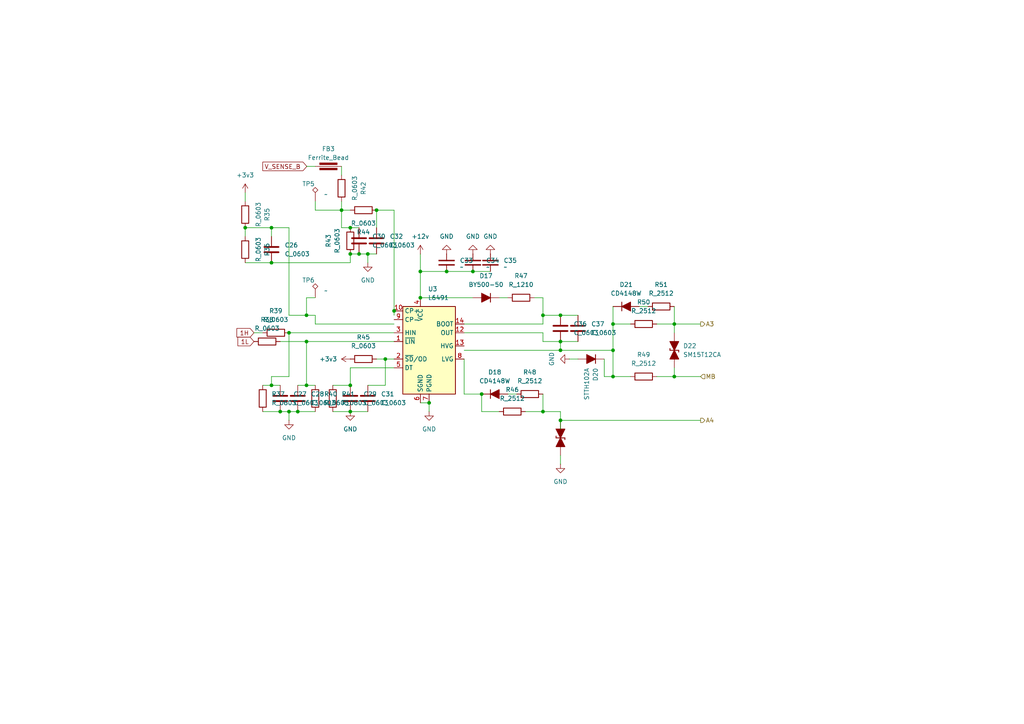
<source format=kicad_sch>
(kicad_sch (version 20231120) (generator "eeschema") (generator_version "8.0")
  (paper "A4")
  (lib_symbols
    (symbol "Connector:TestPoint_Alt" (pin_numbers hide) (pin_names (offset 0.762) hide)
      (property "Reference" "TP" (at 0 6.858 0))
      (property "Value" "TestPoint_Alt" (at 0 5.08 0))
      (symbol "TestPoint_Alt_0_1"
        (polyline (pts (xy 0 2.54) (xy -0.762 3.302) (xy 0 4.064) (xy 0.762 3.302) (xy 0 2.54)))
      )
      (symbol "TestPoint_Alt_1_1"
        (pin passive line (at 0 0 90) (length 2.54) (name "1") (number "1"))
      )
    )
    (symbol "Driver_FET:L6491"
      (property "Reference" "U1" (at -0.3459 17.78 0))
      (property "Value" "L6491" (at -0.3459 15.24 0))
      (symbol "L6491_0_1"
        (rectangle (start -7.62 -12.7) (end 7.62 12.7) (stroke (width 0.254)) (fill (type background)))
      )
      (symbol "L6491_1_1"
        (pin input line (at -10.16 2.54 0) (length 2.54) (name "~{LIN}") (number "1"))
        (pin input line (at -10.16 11.43 0) (length 2.54) (name "CP+") (number "10"))
        (pin no_connect line (at 7.62 -5.08 180) (length 2.54) hide (name "NC") (number "11"))
        (pin input line (at 10.16 5.08 180) (length 2.54) (name "OUT") (number "12"))
        (pin output line (at 10.16 1.27 180) (length 2.54) (name "HVG") (number "13"))
        (pin passive line (at 10.16 7.62 180) (length 2.54) (name "BOOT") (number "14"))
        (pin input line (at -10.16 -2.54 0) (length 2.54) (name "~{SD}/OD") (number "2"))
        (pin input line (at -10.16 5.08 0) (length 2.54) (name "HIN") (number "3"))
        (pin power_in line (at -2.54 15.24 270) (length 2.54) (name "VCC") (number "4"))
        (pin input line (at -10.16 -5.08 0) (length 2.54) (name "DT") (number "5"))
        (pin power_in line (at -2.54 -15.24 90) (length 2.54) (name "SGND") (number "6"))
        (pin power_in line (at 0 -15.24 90) (length 2.54) (name "PGND") (number "7"))
        (pin output line (at 10.16 -2.54 180) (length 2.54) (name "LVG") (number "8"))
        (pin input line (at -10.16 8.89 0) (length 2.54) (name "CP-") (number "9"))
      )
    )
    (symbol "PCM_Capacitor_AKL:C_0603" (pin_numbers hide) (pin_names (offset 0.254))
      (property "Reference" "C" (at 0.635 2.54 0))
      (property "Value" "C_0603" (at 0.635 -2.54 0))
      (symbol "C_0603_0_1"
        (polyline (pts (xy -2.032 -0.762) (xy 2.032 -0.762)) (stroke (width 0.508)))
        (polyline (pts (xy -2.032 0.762) (xy 2.032 0.762)) (stroke (width 0.508)))
      )
      (symbol "C_0603_1_1"
        (pin passive line (at 0 3.81 270) (length 2.794) (name "~") (number "1"))
        (pin passive line (at 0 -3.81 90) (length 2.794) (name "~") (number "2"))
      )
    )
    (symbol "PCM_Device_AKL:Ferrite_Bead" (pin_numbers hide) (pin_names (offset 0))
      (property "Reference" "FB" (at 0 4.572 0))
      (property "Value" "Ferrite_Bead" (at 0 3.175 0))
      (symbol "Ferrite_Bead_0_1"
        (rectangle (start -2.54 1.016) (end 2.54 0.508) (fill (type outline)))
        (polyline (pts (xy 2.54 0) (xy -2.54 0)))
      )
      (symbol "Ferrite_Bead_1_1"
        (rectangle (start -2.54 -0.508) (end 2.54 -1.016) (fill (type outline)))
        (pin passive line (at -3.81 0 0) (length 1.27) (name "~") (number "1"))
        (pin passive line (at 3.81 0 180) (length 1.27) (name "~") (number "2"))
      )
    )
    (symbol "PCM_Diode_AKL:BY500-50" (pin_numbers hide) (pin_names (offset 1.016) hide)
      (property "Reference" "D" (at 0 5.08 0))
      (property "Value" "BY500-50" (at 0 2.54 0))
      (symbol "BY500-50_0_1"
        (polyline (pts (xy -1.27 0) (xy 1.27 0)))
        (polyline (pts (xy 1.27 1.27) (xy 1.27 -1.27)) (stroke (width 0.254)))
        (polyline (pts (xy -1.27 1.27) (xy -1.27 -1.27) (xy 1.27 0) (xy -1.27 1.27)) (stroke (width 0.254)) (fill (type outline)))
      )
      (symbol "BY500-50_1_1"
        (pin passive line (at 3.81 0 180) (length 2.54) (name "K") (number "1"))
        (pin passive line (at -3.81 0 0) (length 2.54) (name "A") (number "2"))
      )
    )
    (symbol "PCM_Diode_AKL:CD4148W" (pin_numbers hide) (pin_names (offset 1.016) hide)
      (property "Reference" "D" (at 0 5.08 0))
      (property "Value" "CD4148W" (at 0 2.54 0))
      (symbol "CD4148W_0_1"
        (polyline (pts (xy -1.27 0) (xy 1.27 0)))
        (polyline (pts (xy 1.27 1.27) (xy 1.27 -1.27)) (stroke (width 0.254)))
        (polyline (pts (xy -1.27 1.27) (xy -1.27 -1.27) (xy 1.27 0) (xy -1.27 1.27)) (stroke (width 0.254)) (fill (type outline)))
      )
      (symbol "CD4148W_1_1"
        (pin passive line (at 3.81 0 180) (length 2.54) (name "K") (number "1"))
        (pin passive line (at -3.81 0 0) (length 2.54) (name "A") (number "2"))
      )
    )
    (symbol "PCM_Diode_AKL:STTH102A" (pin_numbers hide) (pin_names (offset 1.016) hide)
      (property "Reference" "D" (at 0 5.08 0))
      (property "Value" "STTH102A" (at 0 2.54 0))
      (symbol "STTH102A_0_1"
        (polyline (pts (xy -1.27 0) (xy 1.27 0)))
        (polyline (pts (xy 1.27 1.27) (xy 1.27 -1.27)) (stroke (width 0.254)))
        (polyline (pts (xy -1.27 1.27) (xy -1.27 -1.27) (xy 1.27 0) (xy -1.27 1.27)) (stroke (width 0.254)) (fill (type outline)))
      )
      (symbol "STTH102A_1_1"
        (pin passive line (at 3.81 0 180) (length 2.54) (name "K") (number "1"))
        (pin passive line (at -3.81 0 0) (length 2.54) (name "A") (number "2"))
      )
    )
    (symbol "PCM_Diode_TVS_AKL:SM15T12CA" (pin_numbers hide) (pin_names (offset 1.016) hide)
      (property "Reference" "D" (at 0 5.08 0))
      (property "Value" "SM15T12CA" (at 0 2.54 0))
      (symbol "SM15T12CA_0_1"
        (polyline (pts (xy 0 -1.27) (xy -0.508 -1.27)) (stroke (width 0.254)))
        (polyline (pts (xy 0 1.27) (xy 0 -1.27)) (stroke (width 0.254)))
        (polyline (pts (xy 0 1.27) (xy 0.508 1.27)) (stroke (width 0.254)))
        (polyline (pts (xy 1.27 0) (xy -1.27 0)))
        (polyline (pts (xy 0 0) (xy -2.54 1.27) (xy -2.54 -1.27) (xy 0 0)) (stroke (width 0.254)) (fill (type outline)))
        (polyline (pts (xy 2.54 1.27) (xy 2.54 -1.27) (xy 0 0) (xy 2.54 1.27)) (stroke (width 0.254)) (fill (type outline)))
      )
      (symbol "SM15T12CA_1_1"
        (pin passive line (at -5.08 0 0) (length 2.54) (name "K") (number "1"))
        (pin passive line (at 5.08 0 180) (length 2.54) (name "A") (number "2"))
      )
    )
    (symbol "PCM_Resistor_AKL:R_0603" (pin_numbers hide) (pin_names (offset 0))
      (property "Reference" "R" (at 2.54 1.27 0))
      (property "Value" "R_0603" (at 2.54 -1.27 0))
      (symbol "R_0603_0_1"
        (rectangle (start -1.016 -2.54) (end 1.016 2.54) (stroke (width 0.254)))
      )
      (symbol "R_0603_1_1"
        (pin passive line (at 0 3.81 270) (length 1.27) (name "~") (number "1"))
        (pin passive line (at 0 -3.81 90) (length 1.27) (name "~") (number "2"))
      )
    )
    (symbol "PCM_Resistor_AKL:R_1210" (pin_numbers hide) (pin_names (offset 0))
      (property "Reference" "R" (at 2.54 1.27 0))
      (property "Value" "R_1210" (at 2.54 -1.27 0))
      (symbol "R_1210_0_1"
        (rectangle (start -1.016 -2.54) (end 1.016 2.54) (stroke (width 0.254)))
      )
      (symbol "R_1210_1_1"
        (pin passive line (at 0 3.81 270) (length 1.27) (name "~") (number "1"))
        (pin passive line (at 0 -3.81 90) (length 1.27) (name "~") (number "2"))
      )
    )
    (symbol "PCM_Resistor_AKL:R_2512" (pin_numbers hide) (pin_names (offset 0))
      (property "Reference" "R" (at 2.54 1.27 0))
      (property "Value" "R_2512" (at 2.54 -1.27 0))
      (symbol "R_2512_0_1"
        (rectangle (start -1.016 -2.54) (end 1.016 2.54) (stroke (width 0.254)))
      )
      (symbol "R_2512_1_1"
        (pin passive line (at 0 3.81 270) (length 1.27) (name "~") (number "1"))
        (pin passive line (at 0 -3.81 90) (length 1.27) (name "~") (number "2"))
      )
    )
    (symbol "PCM_SL_Devices:Capacitor_NP"
      (property "Reference" "C" (at 0 6.35 0))
      (property "Value" "Capacitor_NP" (at 0 3.81 0))
      (symbol "Capacitor_NP_0_1"
        (rectangle (start -0.762 2.286) (end -0.508 -2.286) (fill (type outline)))
        (rectangle (start 0.508 2.286) (end 0.762 -2.286) (fill (type outline)))
      )
      (symbol "Capacitor_NP_1_1"
        (pin passive line (at -2.54 0 0) (length 2) (name "~") (number "1"))
        (pin input line (at 2.54 0 180) (length 2) (name "~") (number "2"))
      )
    )
    (symbol "power:GND" (power) (pin_numbers hide) (pin_names (offset 0) hide)
      (property "Value" "GND" (at 0 -3.81 0))
      (symbol "GND_0_1"
        (polyline (pts (xy 0 0) (xy 0 -1.27) (xy 1.27 -1.27) (xy 0 -2.54) (xy -1.27 -1.27) (xy 0 -1.27)))
      )
      (symbol "GND_1_1"
        (pin power_in line (at 0 0 270) (length 0) (name "~") (number "1"))
      )
    )
    (symbol "power:VCC" (power) (pin_numbers hide) (pin_names (offset 0) hide)
      (property "Value" "VCC" (at 0 3.556 0))
      (symbol "VCC_0_1"
        (polyline (pts (xy -0.762 1.27) (xy 0 2.54)))
        (polyline (pts (xy 0 0) (xy 0 2.54)))
        (polyline (pts (xy 0 2.54) (xy 0.762 1.27)))
      )
      (symbol "VCC_1_1"
        (pin power_in line (at 0 0 90) (length 0) (name "~") (number "1"))
      )
    )
  )
  (junction (at 162.56 101.6))
  (junction (at 71.12 66.04))
  (junction (at 78.74 111.76))
  (junction (at 162.56 99.06))
  (junction (at 86.36 119.38))
  (junction (at 101.6 119.38))
  (junction (at 121.92 86.36))
  (junction (at 106.68 73.66))
  (junction (at 162.56 91.44))
  (junction (at 101.6 73.66))
  (junction (at 99.06 60.96))
  (junction (at 177.8 101.6))
  (junction (at 83.82 119.38))
  (junction (at 104.14 73.66))
  (junction (at 157.48 119.38))
  (junction (at 195.58 93.98))
  (junction (at 177.8 109.22))
  (junction (at 195.58 109.22))
  (junction (at 124.46 116.84))
  (junction (at 162.56 121.92))
  (junction (at 101.6 111.76))
  (junction (at 88.9 99.06))
  (junction (at 157.48 91.44))
  (junction (at 139.7 114.3))
  (junction (at 81.28 119.38))
  (junction (at 78.74 76.2))
  (junction (at 177.8 93.98))
  (junction (at 114.3 90.17))
  (junction (at 129.54 78.74))
  (junction (at 78.74 66.04))
  (junction (at 109.22 60.96))
  (junction (at 83.82 96.52))
  (junction (at 88.9 111.76))
  (junction (at 101.6 66.04))
  (junction (at 111.76 104.14))
  (junction (at 88.9 91.44))
  (junction (at 137.16 78.74))
  (junction (at 121.92 78.74))
  (wire (pts (xy 162.56 124.46) (xy 162.56 121.92)))
  (wire (pts (xy 88.9 99.06) (xy 88.9 111.76)))
  (wire (pts (xy 96.52 111.76) (xy 101.6 111.76)))
  (wire (pts (xy 76.2 111.76) (xy 78.74 111.76)))
  (wire (pts (xy 78.74 66.04) (xy 71.12 66.04)))
  (wire (pts (xy 99.06 48.26) (xy 99.06 50.8)))
  (wire (pts (xy 162.56 119.38) (xy 162.56 121.92)))
  (wire (pts (xy 175.26 109.22) (xy 177.8 109.22)))
  (wire (pts (xy 157.48 119.38) (xy 162.56 119.38)))
  (wire (pts (xy 111.76 104.14) (xy 114.3 104.14)))
  (wire (pts (xy 88.9 99.06) (xy 114.3 99.06)))
  (wire (pts (xy 99.06 60.96) (xy 99.06 66.04)))
  (wire (pts (xy 104.14 73.66) (xy 106.68 73.66)))
  (wire (pts (xy 162.56 91.44) (xy 167.64 91.44)))
  (wire (pts (xy 109.22 60.96) (xy 109.22 66.04)))
  (wire (pts (xy 157.48 91.44) (xy 162.56 91.44)))
  (wire (pts (xy 157.48 91.44) (xy 157.48 93.98)))
  (wire (pts (xy 106.68 111.76) (xy 111.76 111.76)))
  (wire (pts (xy 88.9 86.36) (xy 88.9 91.44)))
  (wire (pts (xy 81.28 99.06) (xy 88.9 99.06)))
  (wire (pts (xy 76.2 119.38) (xy 81.28 119.38)))
  (wire (pts (xy 81.28 119.38) (xy 83.82 119.38)))
  (wire (pts (xy 106.68 73.66) (xy 109.22 73.66)))
  (wire (pts (xy 86.36 111.76) (xy 88.9 111.76)))
  (wire (pts (xy 96.52 119.38) (xy 101.6 119.38)))
  (wire (pts (xy 91.44 93.98) (xy 114.3 93.98)))
  (wire (pts (xy 129.54 78.74) (xy 137.16 78.74)))
  (wire (pts (xy 152.4 119.38) (xy 157.48 119.38)))
  (wire (pts (xy 83.82 96.52) (xy 83.82 109.22)))
  (wire (pts (xy 73.66 96.52) (xy 76.2 96.52)))
  (wire (pts (xy 99.06 60.96) (xy 99.06 58.42)))
  (wire (pts (xy 144.78 119.38) (xy 139.7 119.38)))
  (wire (pts (xy 157.48 91.44) (xy 157.48 86.36)))
  (wire (pts (xy 147.32 114.3) (xy 149.86 114.3)))
  (wire (pts (xy 91.44 60.96) (xy 99.06 60.96)))
  (wire (pts (xy 195.58 106.68) (xy 195.58 109.22)))
  (wire (pts (xy 162.56 101.6) (xy 162.56 99.06)))
  (wire (pts (xy 71.12 76.2) (xy 78.74 76.2)))
  (wire (pts (xy 114.3 106.68) (xy 101.6 106.68)))
  (wire (pts (xy 195.58 93.98) (xy 203.2 93.98)))
  (wire (pts (xy 106.68 73.66) (xy 106.68 76.2)))
  (wire (pts (xy 109.22 60.96) (xy 114.3 60.96)))
  (wire (pts (xy 83.82 91.44) (xy 83.82 66.04)))
  (wire (pts (xy 101.6 119.38) (xy 106.68 119.38)))
  (wire (pts (xy 121.92 78.74) (xy 129.54 78.74)))
  (wire (pts (xy 101.6 60.96) (xy 99.06 60.96)))
  (wire (pts (xy 101.6 66.04) (xy 104.14 66.04)))
  (wire (pts (xy 91.44 58.42) (xy 91.44 60.96)))
  (wire (pts (xy 121.92 73.66) (xy 121.92 78.74)))
  (wire (pts (xy 83.82 91.44) (xy 88.9 91.44)))
  (wire (pts (xy 157.48 119.38) (xy 157.48 114.3)))
  (wire (pts (xy 91.44 86.36) (xy 88.9 86.36)))
  (wire (pts (xy 190.5 93.98) (xy 195.58 93.98)))
  (wire (pts (xy 134.62 114.3) (xy 139.7 114.3)))
  (wire (pts (xy 162.56 101.6) (xy 177.8 101.6)))
  (wire (pts (xy 91.44 93.98) (xy 91.44 91.44)))
  (wire (pts (xy 162.56 121.92) (xy 203.2 121.92)))
  (wire (pts (xy 177.8 109.22) (xy 182.88 109.22)))
  (wire (pts (xy 101.6 76.2) (xy 101.6 73.66)))
  (wire (pts (xy 177.8 101.6) (xy 177.8 109.22)))
  (wire (pts (xy 134.62 93.98) (xy 157.48 93.98)))
  (wire (pts (xy 195.58 109.22) (xy 203.2 109.22)))
  (wire (pts (xy 157.48 86.36) (xy 154.94 86.36)))
  (wire (pts (xy 185.42 88.9) (xy 187.96 88.9)))
  (wire (pts (xy 109.22 104.14) (xy 111.76 104.14)))
  (wire (pts (xy 71.12 55.88) (xy 71.12 58.42)))
  (wire (pts (xy 134.62 96.52) (xy 157.48 96.52)))
  (wire (pts (xy 134.62 101.6) (xy 162.56 101.6)))
  (wire (pts (xy 157.48 96.52) (xy 157.48 99.06)))
  (wire (pts (xy 190.5 109.22) (xy 195.58 109.22)))
  (wire (pts (xy 86.36 119.38) (xy 91.44 119.38)))
  (wire (pts (xy 195.58 93.98) (xy 195.58 88.9)))
  (wire (pts (xy 175.26 109.22) (xy 175.26 104.14)))
  (wire (pts (xy 121.92 86.36) (xy 137.16 86.36)))
  (wire (pts (xy 182.88 93.98) (xy 177.8 93.98)))
  (wire (pts (xy 162.56 132.08) (xy 162.56 134.62)))
  (wire (pts (xy 121.92 78.74) (xy 121.92 86.36)))
  (wire (pts (xy 83.82 109.22) (xy 78.74 109.22)))
  (wire (pts (xy 78.74 66.04) (xy 83.82 66.04)))
  (wire (pts (xy 99.06 66.04) (xy 101.6 66.04)))
  (wire (pts (xy 83.82 119.38) (xy 83.82 121.92)))
  (wire (pts (xy 134.62 104.14) (xy 134.62 114.3)))
  (wire (pts (xy 139.7 119.38) (xy 139.7 114.3)))
  (wire (pts (xy 177.8 88.9) (xy 177.8 93.98)))
  (wire (pts (xy 83.82 96.52) (xy 114.3 96.52)))
  (wire (pts (xy 124.46 116.84) (xy 124.46 119.38)))
  (wire (pts (xy 101.6 106.68) (xy 101.6 111.76)))
  (wire (pts (xy 114.3 90.17) (xy 114.3 91.44)))
  (wire (pts (xy 71.12 68.58) (xy 71.12 66.04)))
  (wire (pts (xy 101.6 73.66) (xy 104.14 73.66)))
  (wire (pts (xy 177.8 101.6) (xy 177.8 93.98)))
  (wire (pts (xy 88.9 48.26) (xy 91.44 48.26)))
  (wire (pts (xy 124.46 116.84) (xy 121.92 116.84)))
  (wire (pts (xy 144.78 86.36) (xy 147.32 86.36)))
  (wire (pts (xy 91.44 91.44) (xy 88.9 91.44)))
  (wire (pts (xy 78.74 111.76) (xy 81.28 111.76)))
  (wire (pts (xy 78.74 68.58) (xy 78.74 66.04)))
  (wire (pts (xy 195.58 93.98) (xy 195.58 96.52)))
  (wire (pts (xy 88.9 111.76) (xy 91.44 111.76)))
  (wire (pts (xy 78.74 109.22) (xy 78.74 111.76)))
  (wire (pts (xy 157.48 99.06) (xy 162.56 99.06)))
  (wire (pts (xy 162.56 99.06) (xy 167.64 99.06)))
  (wire (pts (xy 167.64 104.14) (xy 165.1 104.14)))
  (wire (pts (xy 111.76 111.76) (xy 111.76 104.14)))
  (wire (pts (xy 114.3 60.96) (xy 114.3 90.17)))
  (wire (pts (xy 137.16 78.74) (xy 142.24 78.74)))
  (wire (pts (xy 83.82 119.38) (xy 86.36 119.38)))
  (wire (pts (xy 78.74 76.2) (xy 101.6 76.2)))
  (global_label "1H" (shape input) (at 73.66 96.52 180) (property "Intersheetrefs" "${INTERSHEET_REFS}" (effects (hide yes))))
  (global_label "V_SENSE_B" (shape output) (at 76.2 48.26 0) (property "Intersheetrefs" "${INTERSHEET_REFS}" (effects (hide yes))))
  (global_label "1L" (shape input) (at 73.66 99.06 180) (property "Intersheetrefs" "${INTERSHEET_REFS}" (effects (hide yes))))
  (hierarchical_label "A3" (shape output) (at 203.2 93.98 0))
  (hierarchical_label "MB" (shape input) (at 203.2 109.22 0))
  (hierarchical_label "A4" (shape output) (at 203.2 121.92 0))
  (symbol (lib_id "PCM_Resistor_AKL:R_0603") (at 80.01 96.52 90) (unit 1)
    (property "Reference" "R39" (at 80.01 90.17 90))
    (property "Value" "R_0603" (at 80.01 92.71 90))
    (property "Footprint" "Resistor_SMD_AKL:R_0603_1608Metric" (effects (hide yes)))
    (property "Description" "SMD 0603 Chip Resistor, European Symbol, Alternate KiCad Library" (effects (hide yes)))
  )
  (symbol (lib_id "PCM_Diode_AKL:STTH102A") (at 171.45 104.14 0) (unit 1)
    (property "Reference" "D20" (at 172.7201 106.68 90) (effects (justify right)))
    (property "Value" "STTH102A" (at 170.1801 106.68 90) (effects (justify right)))
    (property "Footprint" "Diode_SMD_AKL:D_SMA" (effects (hide yes)))
    (property "Datasheet" "https://www.tme.eu/Document/7f826d8acae13170f04bedd06ddc23c4/STTH102A-DTE.pdf" (effects (hide yes)))
    (property "Description" "SMA Diode, Ultrafast Rectifier, 200V, 1A, 50ns, Alternate KiCad Library" (effects (hide yes)))
  )
  (symbol (lib_id "PCM_Capacitor_AKL:C_0603") (at 109.22 69.85 0) (unit 1)
    (property "Reference" "C32" (at 113.03 68.5799 0) (effects (justify left)))
    (property "Value" "C_0603" (at 113.03 71.1199 0) (effects (justify left)))
    (property "Footprint" "Capacitor_SMD_AKL:C_0603_1608Metric" (effects (hide yes)))
    (property "Description" "SMD 0603 MLCC capacitor, Alternate KiCad Library" (effects (hide yes)))
  )
  (symbol (lib_id "PCM_Resistor_AKL:R_2512") (at 153.67 114.3 90) (unit 1)
    (property "Reference" "R48" (at 153.67 107.95 90))
    (property "Value" "R_2512" (at 153.67 110.49 90))
    (property "Footprint" "Resistor_SMD_AKL:R_2512_6332Metric" (effects (hide yes)))
    (property "Description" "SMD 2512 Chip Resistor, European Symbol, Alternate KiCad Library" (effects (hide yes)))
  )
  (symbol (lib_id "PCM_Resistor_AKL:R_0603") (at 105.41 60.96 270) (unit 1)
    (property "Reference" "R44" (at 105.41 67.31 90))
    (property "Value" "R_0603" (at 105.41 64.77 90))
    (property "Footprint" "Resistor_SMD_AKL:R_0603_1608Metric" (effects (hide yes)))
    (property "Description" "SMD 0603 Chip Resistor, European Symbol, Alternate KiCad Library" (effects (hide yes)))
  )
  (symbol (lib_id "power:GND") (at 106.68 76.2 0) (unit 1)
    (property "Reference" "#PWR028" (effects (hide yes)))
    (property "Value" "GND" (at 106.68 81.28 0))
    (property "Description" "Power symbol creates a global label with name \"GND\" , ground" (effects (hide yes)))
  )
  (symbol (lib_id "power:GND") (at 124.46 119.38 0) (unit 1)
    (property "Reference" "#PWR030" (effects (hide yes)))
    (property "Value" "GND" (at 124.46 124.46 0))
    (property "Description" "Power symbol creates a global label with name \"GND\" , ground" (effects (hide yes)))
  )
  (symbol (lib_id "PCM_SL_Devices:Capacitor_NP") (at 142.24 76.2 90) (unit 1)
    (property "Reference" "C35" (at 146.05 75.5649 90) (effects (justify right)))
    (property "Value" "~" (at 146.05 77.47 90) (effects (justify right)))
    (property "Footprint" "Capacitor_THT:C_Disc_D3.0mm_W2.0mm_P2.50mm" (effects (hide yes)))
    (property "Description" "Unpolarized Capacitor" (effects (hide yes)))
  )
  (symbol (lib_id "power:VCC") (at 101.6 104.14 90) (unit 1)
    (property "Reference" "#PWR026" (effects (hide yes)))
    (property "Value" "+3v3" (at 97.79 104.1399 90) (effects (justify left)))
    (property "Description" "Power symbol creates a global label with name \"VCC\"" (effects (hide yes)))
  )
  (symbol (lib_id "Driver_FET:L6491") (at 124.46 101.6 0) (unit 1)
    (property "Reference" "U3" (at 124.1141 83.82 0) (effects (justify left)))
    (property "Value" "L6491" (at 124.1141 86.36 0) (effects (justify left)))
    (property "Footprint" "Package_SO:SO-14_3.9x8.65mm_P1.27mm" (effects (hide yes)))
    (property "Datasheet" "https://www.st.com/resource/en/datasheet/l6491.pdf" (effects (hide yes)))
    (property "Description" "High voltage high and low-side 4 A gate driver, SO-14" (effects (hide yes)))
  )
  (symbol (lib_id "PCM_Resistor_AKL:R_2512") (at 191.77 88.9 90) (unit 1)
    (property "Reference" "R51" (at 191.77 82.55 90))
    (property "Value" "R_2512" (at 191.77 85.09 90))
    (property "Footprint" "Resistor_SMD_AKL:R_2512_6332Metric" (effects (hide yes)))
    (property "Description" "SMD 2512 Chip Resistor, European Symbol, Alternate KiCad Library" (effects (hide yes)))
  )
  (symbol (lib_id "PCM_Resistor_AKL:R_0603") (at 96.52 115.57 180) (unit 1)
    (property "Reference" "R41" (at 99.06 114.2999 0) (effects (justify right)))
    (property "Value" "R_0603" (at 99.06 116.8399 0) (effects (justify right)))
    (property "Footprint" "Resistor_SMD_AKL:R_0603_1608Metric" (effects (hide yes)))
    (property "Description" "SMD 0603 Chip Resistor, European Symbol, Alternate KiCad Library" (effects (hide yes)))
  )
  (symbol (lib_id "power:GND") (at 137.16 73.66 180) (unit 1)
    (property "Reference" "#PWR032" (effects (hide yes)))
    (property "Value" "GND" (at 137.16 68.58 0))
    (property "Description" "Power symbol creates a global label with name \"GND\" , ground" (effects (hide yes)))
  )
  (symbol (lib_id "PCM_Capacitor_AKL:C_0603") (at 81.28 115.57 0) (unit 1)
    (property "Reference" "C27" (at 85.09 114.3 0) (effects (justify left)))
    (property "Value" "C_0603" (at 85.09 116.8399 0) (effects (justify left)))
    (property "Footprint" "Capacitor_SMD_AKL:C_0603_1608Metric" (effects (hide yes)))
    (property "Description" "SMD 0603 MLCC capacitor, Alternate KiCad Library" (effects (hide yes)))
  )
  (symbol (lib_id "power:GND") (at 142.24 73.66 180) (unit 1)
    (property "Reference" "#PWR033" (effects (hide yes)))
    (property "Value" "GND" (at 142.24 68.58 0))
    (property "Description" "Power symbol creates a global label with name \"GND\" , ground" (effects (hide yes)))
  )
  (symbol (lib_id "PCM_Diode_TVS_AKL:SM15T12CA") (at 195.58 101.6 90) (unit 1)
    (property "Reference" "D22" (at 198.12 100.3299 90) (effects (justify right)))
    (property "Value" "SM15T12CA" (at 198.12 102.8699 90) (effects (justify right)))
    (property "Footprint" "Diode_SMD_AKL:D_SMC_TVS" (effects (hide yes)))
    (property "Datasheet" "https://www.tme.eu/Document/b2c5e836a333f7afe620155cebd5e262/SM15T.pdf" (effects (hide yes)))
    (property "Description" "SMC Bidirectional TVS Diode, 12V, 1500W, Alternate KiCAD Library" (effects (hide yes)))
  )
  (symbol (lib_id "PCM_Capacitor_AKL:C_0603") (at 162.56 95.25 0) (unit 1)
    (property "Reference" "C36" (at 166.37 93.9799 0) (effects (justify left)))
    (property "Value" "C_0603" (at 166.37 96.5199 0) (effects (justify left)))
    (property "Footprint" "Capacitor_SMD_AKL:C_0603_1608Metric" (effects (hide yes)))
    (property "Description" "SMD 0603 MLCC capacitor, Alternate KiCad Library" (effects (hide yes)))
  )
  (symbol (lib_id "Connector:TestPoint_Alt") (at 91.44 58.42 0) (unit 1)
    (property "Reference" "TP5" (at 87.63 53.34 0) (effects (justify left)))
    (property "Value" "~" (at 93.98 56.388 0) (effects (justify left)))
    (property "Description" "test point (alternative shape)" (effects (hide yes)))
  )
  (symbol (lib_id "PCM_Resistor_AKL:R_2512") (at 186.69 93.98 90) (unit 1)
    (property "Reference" "R50" (at 186.69 87.63 90))
    (property "Value" "R_2512" (at 186.69 90.17 90))
    (property "Footprint" "Resistor_SMD_AKL:R_2512_6332Metric" (effects (hide yes)))
    (property "Description" "SMD 2512 Chip Resistor, European Symbol, Alternate KiCad Library" (effects (hide yes)))
  )
  (symbol (lib_id "PCM_Resistor_AKL:R_1210") (at 151.13 86.36 90) (unit 1)
    (property "Reference" "R47" (at 151.13 80.01 90))
    (property "Value" "R_1210" (at 151.13 82.55 90))
    (property "Footprint" "Resistor_SMD_AKL:R_1210_3225Metric" (effects (hide yes)))
    (property "Description" "SMD 1210 Chip Resistor, European Symbol, Alternate KiCad Library" (effects (hide yes)))
  )
  (symbol (lib_id "PCM_Capacitor_AKL:C_0603") (at 86.36 115.57 0) (unit 1)
    (property "Reference" "C28" (at 90.17 114.2999 0) (effects (justify left)))
    (property "Value" "C_0603" (at 90.17 116.8399 0) (effects (justify left)))
    (property "Footprint" "Capacitor_SMD_AKL:C_0603_1608Metric" (effects (hide yes)))
    (property "Description" "SMD 0603 MLCC capacitor, Alternate KiCad Library" (effects (hide yes)))
  )
  (symbol (lib_id "PCM_Resistor_AKL:R_0603") (at 101.6 69.85 180) (unit 1)
    (property "Reference" "R43" (at 95.25 69.85 90))
    (property "Value" "R_0603" (at 97.79 69.85 90))
    (property "Footprint" "Resistor_SMD_AKL:R_0603_1608Metric" (effects (hide yes)))
    (property "Description" "SMD 0603 Chip Resistor, European Symbol, Alternate KiCad Library" (effects (hide yes)))
  )
  (symbol (lib_id "PCM_Diode_AKL:CD4148W") (at 181.61 88.9 180) (unit 1)
    (property "Reference" "D21" (at 181.61 82.55 0))
    (property "Value" "CD4148W" (at 181.61 85.09 0))
    (property "Footprint" "Diode_SMD_AKL:D_1206_3216Metric" (effects (hide yes)))
    (property "Datasheet" "https://datasheet.octopart.com/CD4148WS%280805C%29-Diodes-Inc.-datasheet-23752567.pdf" (effects (hide yes)))
    (property "Description" "1206 Diode, Small Signal, Fast Switching, 75V, 150mA, 4ns, Alternate KiCad Library" (effects (hide yes)))
  )
  (symbol (lib_id "PCM_Diode_AKL:CD4148W") (at 143.51 114.3 180) (unit 1)
    (property "Reference" "D18" (at 143.51 107.95 0))
    (property "Value" "CD4148W" (at 143.51 110.49 0))
    (property "Footprint" "Diode_SMD_AKL:D_1206_3216Metric" (effects (hide yes)))
    (property "Datasheet" "https://datasheet.octopart.com/CD4148WS%280805C%29-Diodes-Inc.-datasheet-23752567.pdf" (effects (hide yes)))
    (property "Description" "1206 Diode, Small Signal, Fast Switching, 75V, 150mA, 4ns, Alternate KiCad Library" (effects (hide yes)))
  )
  (symbol (lib_id "PCM_Resistor_AKL:R_0603") (at 76.2 115.57 180) (unit 1)
    (property "Reference" "R37" (at 78.74 114.2999 0) (effects (justify right)))
    (property "Value" "R_0603" (at 78.74 116.8399 0) (effects (justify right)))
    (property "Footprint" "Resistor_SMD_AKL:R_0603_1608Metric" (effects (hide yes)))
    (property "Description" "SMD 0603 Chip Resistor, European Symbol, Alternate KiCad Library" (effects (hide yes)))
  )
  (symbol (lib_id "PCM_Resistor_AKL:R_2512") (at 186.69 109.22 90) (unit 1)
    (property "Reference" "R49" (at 186.69 102.87 90))
    (property "Value" "R_2512" (at 186.69 105.41 90))
    (property "Footprint" "Resistor_SMD_AKL:R_2512_6332Metric" (effects (hide yes)))
    (property "Description" "SMD 2512 Chip Resistor, European Symbol, Alternate KiCad Library" (effects (hide yes)))
  )
  (symbol (lib_id "power:GND") (at 83.82 121.92 0) (unit 1)
    (property "Reference" "#PWR025" (effects (hide yes)))
    (property "Value" "GND" (at 83.82 127 0))
    (property "Description" "Power symbol creates a global label with name \"GND\" , ground" (effects (hide yes)))
  )
  (symbol (lib_id "power:GND") (at 162.56 134.62 0) (unit 1)
    (property "Reference" "#PWR034" (effects (hide yes)))
    (property "Value" "GND" (at 162.56 139.7 0))
    (property "Description" "Power symbol creates a global label with name \"GND\" , ground" (effects (hide yes)))
  )
  (symbol (lib_id "PCM_Device_AKL:Ferrite_Bead") (at 95.25 48.26 0) (unit 1)
    (property "Reference" "FB3" (at 95.25 43.18 0))
    (property "Value" "Ferrite_Bead" (at 95.25 45.72 0))
    (property "Description" "Ferrite bead, Alternate KiCAD Library" (effects (hide yes)))
  )
  (symbol (lib_id "PCM_SL_Devices:Capacitor_NP") (at 129.54 76.2 90) (unit 1)
    (property "Reference" "C33" (at 133.35 75.5649 90) (effects (justify right)))
    (property "Value" "~" (at 133.35 77.47 90) (effects (justify right)))
    (property "Footprint" "Capacitor_THT:C_Disc_D3.0mm_W2.0mm_P2.50mm" (effects (hide yes)))
    (property "Description" "Unpolarized Capacitor" (effects (hide yes)))
  )
  (symbol (lib_id "PCM_SL_Devices:Capacitor_NP") (at 137.16 76.2 90) (unit 1)
    (property "Reference" "C34" (at 140.97 75.5649 90) (effects (justify right)))
    (property "Value" "~" (at 140.97 77.47 90) (effects (justify right)))
    (property "Footprint" "Capacitor_THT:C_Disc_D3.0mm_W2.0mm_P2.50mm" (effects (hide yes)))
    (property "Description" "Unpolarized Capacitor" (effects (hide yes)))
  )
  (symbol (lib_id "Connector:TestPoint_Alt") (at 91.44 86.36 0) (unit 1)
    (property "Reference" "TP6" (at 87.63 81.28 0) (effects (justify left)))
    (property "Value" "~" (at 93.98 84.328 0) (effects (justify left)))
    (property "Description" "test point (alternative shape)" (effects (hide yes)))
  )
  (symbol (lib_id "power:GND") (at 165.1 104.14 270) (unit 1)
    (property "Reference" "#PWR035" (effects (hide yes)))
    (property "Value" "GND" (at 160.02 104.14 0))
    (property "Description" "Power symbol creates a global label with name \"GND\" , ground" (effects (hide yes)))
  )
  (symbol (lib_id "PCM_Resistor_AKL:R_0603") (at 77.47 99.06 90) (unit 1)
    (property "Reference" "R38" (at 77.47 92.71 90))
    (property "Value" "R_0603" (at 77.47 95.25 90))
    (property "Footprint" "Resistor_SMD_AKL:R_0603_1608Metric" (effects (hide yes)))
    (property "Description" "SMD 0603 Chip Resistor, European Symbol, Alternate KiCad Library" (effects (hide yes)))
  )
  (symbol (lib_id "PCM_Capacitor_AKL:C_0603") (at 78.74 72.39 0) (unit 1)
    (property "Reference" "C26" (at 82.55 71.1199 0) (effects (justify left)))
    (property "Value" "C_0603" (at 82.55 73.6599 0) (effects (justify left)))
    (property "Footprint" "Capacitor_SMD_AKL:C_0603_1608Metric" (effects (hide yes)))
    (property "Description" "SMD 0603 MLCC capacitor, Alternate KiCad Library" (effects (hide yes)))
  )
  (symbol (lib_id "PCM_Diode_AKL:BY500-50") (at 140.97 86.36 0) (unit 1)
    (property "Reference" "D17" (at 140.97 80.01 0))
    (property "Value" "BY500-50" (at 140.97 82.55 0))
    (property "Footprint" "Diode_THT_AKL:D_DO-27_P12.70mm_Horizontal" (effects (hide yes)))
    (property "Datasheet" "https://datasheet.octopart.com/BY500-1000-Diotec-datasheet-20747537.pdf" (effects (hide yes)))
    (property "Description" "DO-27 Diode, Fast Rectifier, 50V, 5A, 200ns, Alternate KiCad Library" (effects (hide yes)))
    (property "Note" "Footprint is not exactly correct - BY500 uses Diotec's 5.4x7.5mm package, closest compatible footprint is DO-27" (effects (hide yes)))
  )
  (symbol (lib_id "PCM_Capacitor_AKL:C_0603") (at 104.14 69.85 0) (unit 1)
    (property "Reference" "C30" (at 107.95 68.5799 0) (effects (justify left)))
    (property "Value" "C_0603" (at 107.95 71.1199 0) (effects (justify left)))
    (property "Footprint" "Capacitor_SMD_AKL:C_0603_1608Metric" (effects (hide yes)))
    (property "Description" "SMD 0603 MLCC capacitor, Alternate KiCad Library" (effects (hide yes)))
  )
  (symbol (lib_id "power:GND") (at 101.6 119.38 0) (unit 1)
    (property "Reference" "#PWR027" (effects (hide yes)))
    (property "Value" "GND" (at 101.6 124.46 0))
    (property "Description" "Power symbol creates a global label with name \"GND\" , ground" (effects (hide yes)))
  )
  (symbol (lib_id "PCM_Capacitor_AKL:C_0603") (at 167.64 95.25 0) (unit 1)
    (property "Reference" "C37" (at 171.45 93.9799 0) (effects (justify left)))
    (property "Value" "C_0603" (at 171.45 96.5199 0) (effects (justify left)))
    (property "Footprint" "Capacitor_SMD_AKL:C_0603_1608Metric" (effects (hide yes)))
    (property "Description" "SMD 0603 MLCC capacitor, Alternate KiCad Library" (effects (hide yes)))
  )
  (symbol (lib_id "PCM_Capacitor_AKL:C_0603") (at 106.68 115.57 0) (unit 1)
    (property "Reference" "C31" (at 110.49 114.3 0) (effects (justify left)))
    (property "Value" "C_0603" (at 110.49 116.8399 0) (effects (justify left)))
    (property "Footprint" "Capacitor_SMD_AKL:C_0603_1608Metric" (effects (hide yes)))
    (property "Description" "SMD 0603 MLCC capacitor, Alternate KiCad Library" (effects (hide yes)))
  )
  (symbol (lib_id "power:VCC") (at 71.12 55.88 0) (unit 1)
    (property "Reference" "#PWR03" (effects (hide yes)))
    (property "Value" "+3v3" (at 71.12 50.8 0))
    (property "Description" "Power symbol creates a global label with name \"VCC\"" (effects (hide yes)))
  )
  (symbol (lib_id "PCM_Resistor_AKL:R_0603") (at 71.12 62.23 0) (unit 1)
    (property "Reference" "R35" (at 77.47 62.23 90))
    (property "Value" "R_0603" (at 74.93 62.23 90))
    (property "Footprint" "Resistor_SMD_AKL:R_0603_1608Metric" (effects (hide yes)))
    (property "Description" "SMD 0603 Chip Resistor, European Symbol, Alternate KiCad Library" (effects (hide yes)))
  )
  (symbol (lib_id "PCM_Resistor_AKL:R_0603") (at 71.12 72.39 0) (unit 1)
    (property "Reference" "R36" (at 77.47 72.39 90))
    (property "Value" "R_0603" (at 74.93 72.39 90))
    (property "Footprint" "Resistor_SMD_AKL:R_0603_1608Metric" (effects (hide yes)))
    (property "Description" "SMD 0603 Chip Resistor, European Symbol, Alternate KiCad Library" (effects (hide yes)))
  )
  (symbol (lib_id "PCM_Diode_TVS_AKL:SM15T12CA") (at 162.56 127 90) (unit 1)
    (property "Reference" "D19" (effects (hide yes)))
    (property "Value" "SM15T12CA" (effects (hide yes)))
    (property "Footprint" "Diode_SMD_AKL:D_SMC_TVS" (effects (hide yes)))
    (property "Datasheet" "https://www.tme.eu/Document/b2c5e836a333f7afe620155cebd5e262/SM15T.pdf" (effects (hide yes)))
    (property "Description" "SMC Bidirectional TVS Diode, 12V, 1500W, Alternate KiCAD Library" (effects (hide yes)))
  )
  (symbol (lib_id "PCM_Resistor_AKL:R_2512") (at 148.59 119.38 90) (unit 1)
    (property "Reference" "R46" (at 148.59 113.03 90))
    (property "Value" "R_2512" (at 148.59 115.57 90))
    (property "Footprint" "Resistor_SMD_AKL:R_2512_6332Metric" (effects (hide yes)))
    (property "Description" "SMD 2512 Chip Resistor, European Symbol, Alternate KiCad Library" (effects (hide yes)))
  )
  (symbol (lib_id "PCM_Capacitor_AKL:C_0603") (at 101.6 115.57 0) (unit 1)
    (property "Reference" "C29" (at 105.41 114.3 0) (effects (justify left)))
    (property "Value" "C_0603" (at 105.41 116.8399 0) (effects (justify left)))
    (property "Footprint" "Capacitor_SMD_AKL:C_0603_1608Metric" (effects (hide yes)))
    (property "Description" "SMD 0603 MLCC capacitor, Alternate KiCad Library" (effects (hide yes)))
  )
  (symbol (lib_id "power:GND") (at 129.54 73.66 180) (unit 1)
    (property "Reference" "#PWR031" (effects (hide yes)))
    (property "Value" "GND" (at 129.54 68.58 0))
    (property "Description" "Power symbol creates a global label with name \"GND\" , ground" (effects (hide yes)))
  )
  (symbol (lib_id "PCM_Resistor_AKL:R_0603") (at 91.44 115.57 180) (unit 1)
    (property "Reference" "R40" (at 93.98 114.2999 0) (effects (justify right)))
    (property "Value" "R_0603" (at 93.98 116.8399 0) (effects (justify right)))
    (property "Footprint" "Resistor_SMD_AKL:R_0603_1608Metric" (effects (hide yes)))
    (property "Description" "SMD 0603 Chip Resistor, European Symbol, Alternate KiCad Library" (effects (hide yes)))
  )
  (symbol (lib_id "power:VCC") (at 121.92 73.66 0) (unit 1)
    (property "Reference" "#PWR029" (effects (hide yes)))
    (property "Value" "+12v" (at 121.92 68.58 0))
    (property "Description" "Power symbol creates a global label with name \"VCC\"" (effects (hide yes)))
  )
  (symbol (lib_id "PCM_Resistor_AKL:R_0603") (at 105.41 104.14 90) (unit 1)
    (property "Reference" "R45" (at 105.41 97.79 90))
    (property "Value" "R_0603" (at 105.41 100.33 90))
    (property "Footprint" "Resistor_SMD_AKL:R_0603_1608Metric" (effects (hide yes)))
    (property "Description" "SMD 0603 Chip Resistor, European Symbol, Alternate KiCad Library" (effects (hide yes)))
  )
  (symbol (lib_id "PCM_Resistor_AKL:R_0603") (at 99.06 54.61 0) (unit 1)
    (property "Reference" "R42" (at 105.41 54.61 90))
    (property "Value" "R_0603" (at 102.87 54.61 90))
    (property "Footprint" "Resistor_SMD_AKL:R_0603_1608Metric" (effects (hide yes)))
    (property "Description" "SMD 0603 Chip Resistor, European Symbol, Alternate KiCad Library" (effects (hide yes)))
  )
)
</source>
